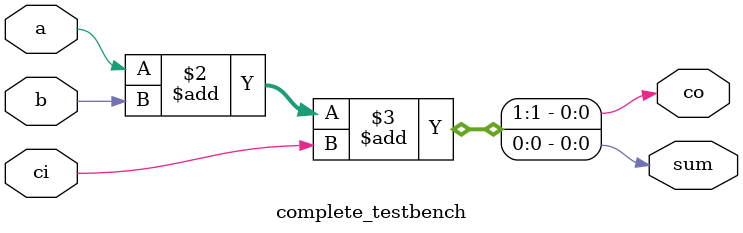
<source format=sv>
module complete_testbench (
    input logic a, b, ci,
    output logic sum, co
);

    always @(a, b, ci) begin
        {co, sum} = a + b + ci;
    end

endmodule
</source>
